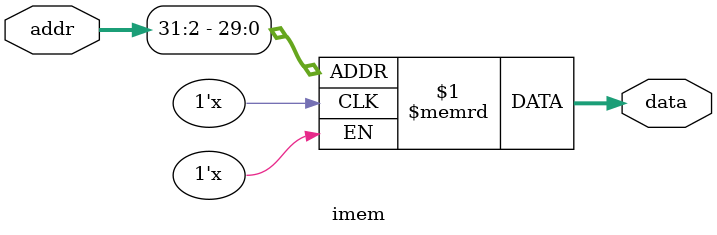
<source format=sv>
module imem(
	input [31:0] addr,
	output reg [31:0] data
);

// initial begin 
// 	$readmemb("imem.txt", mem);
// end

	reg [31:0] mem[0:1023];
	assign data = mem[addr[31:2]];

endmodule
</source>
